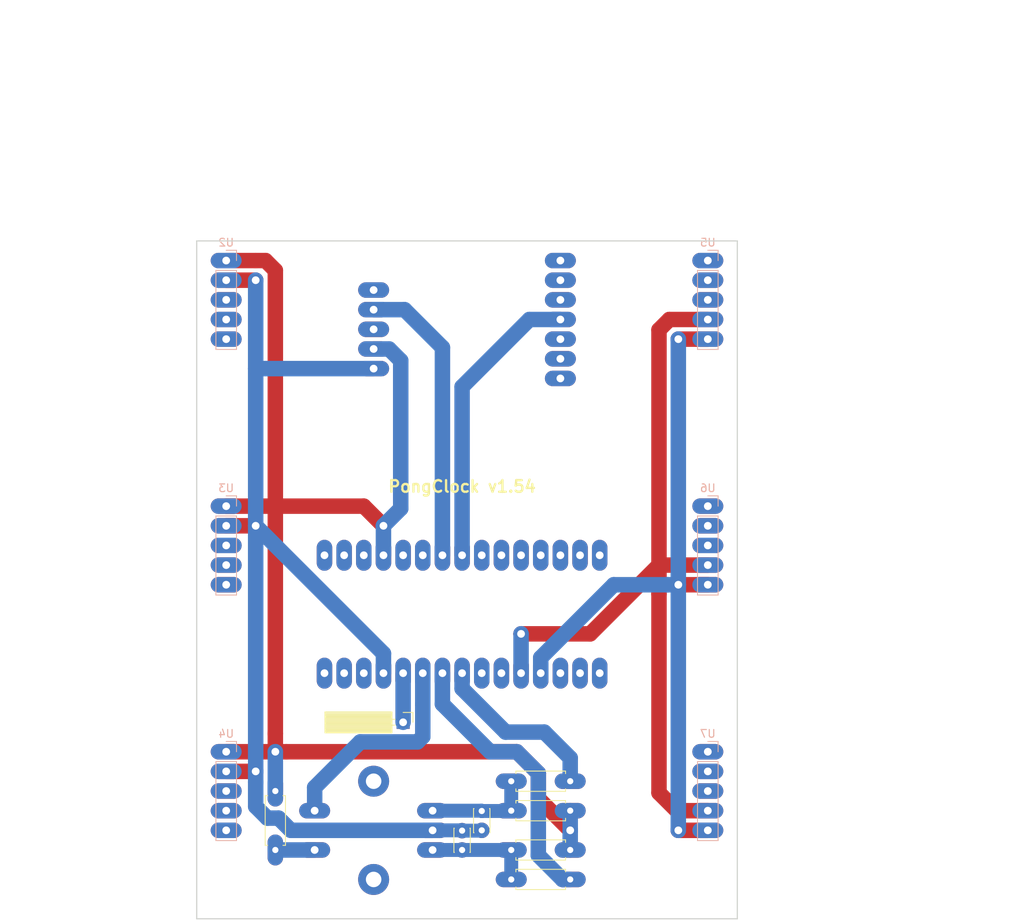
<source format=kicad_pcb>
(kicad_pcb (version 4) (host pcbnew 4.0.6)

  (general
    (links 33)
    (no_connects 0)
    (area 107.874999 48.184999 177.875001 135.965001)
    (thickness 1.6)
    (drawings 16)
    (tracks 109)
    (zones 0)
    (modules 17)
    (nets 14)
  )

  (page A4)
  (layers
    (0 F.Cu signal)
    (31 B.Cu signal)
    (32 B.Adhes user)
    (33 F.Adhes user)
    (34 B.Paste user)
    (35 F.Paste user)
    (36 B.SilkS user)
    (37 F.SilkS user)
    (38 B.Mask user)
    (39 F.Mask user)
    (40 Dwgs.User user)
    (41 Cmts.User user)
    (42 Eco1.User user)
    (43 Eco2.User user)
    (44 Edge.Cuts user)
    (45 Margin user)
    (46 B.CrtYd user)
    (47 F.CrtYd user)
    (48 B.Fab user)
    (49 F.Fab user)
  )

  (setup
    (last_trace_width 2)
    (user_trace_width 1)
    (user_trace_width 1.2)
    (user_trace_width 1.5)
    (user_trace_width 1.8)
    (trace_clearance 0.5)
    (zone_clearance 0.508)
    (zone_45_only no)
    (trace_min 0.2)
    (segment_width 0.2)
    (edge_width 0.15)
    (via_size 2)
    (via_drill 1)
    (via_min_size 0.4)
    (via_min_drill 0.3)
    (uvia_size 0.3)
    (uvia_drill 0.1)
    (uvias_allowed no)
    (uvia_min_size 0.2)
    (uvia_min_drill 0.1)
    (pcb_text_width 0.3)
    (pcb_text_size 1.5 1.5)
    (mod_edge_width 0.15)
    (mod_text_size 1 1)
    (mod_text_width 0.15)
    (pad_size 1.8 1.8)
    (pad_drill 0.8)
    (pad_to_mask_clearance 0.2)
    (aux_axis_origin 107.95 46.99)
    (visible_elements 7FFFFFFF)
    (pcbplotparams
      (layerselection 0x00020_80000001)
      (usegerberextensions false)
      (excludeedgelayer true)
      (linewidth 0.100000)
      (plotframeref false)
      (viasonmask false)
      (mode 1)
      (useauxorigin true)
      (hpglpennumber 1)
      (hpglpenspeed 20)
      (hpglpendiameter 15)
      (hpglpenoverlay 2)
      (psnegative false)
      (psa4output false)
      (plotreference true)
      (plotvalue true)
      (plotinvisibletext false)
      (padsonsilk false)
      (subtractmaskfromsilk false)
      (outputformat 1)
      (mirror false)
      (drillshape 0)
      (scaleselection 1)
      (outputdirectory gerber))
  )

  (net 0 "")
  (net 1 MAX_IN)
  (net 2 LATCH)
  (net 3 CLK)
  (net 4 SDA)
  (net 5 SCL)
  (net 6 VCC)
  (net 7 GND)
  (net 8 ROT_B)
  (net 9 ROT_A)
  (net 10 "Net-(C1-Pad1)")
  (net 11 "Net-(C2-Pad2)")
  (net 12 "Net-(R3-Pad1)")
  (net 13 ROT_SW)

  (net_class Default "Dies ist die voreingestellte Netzklasse."
    (clearance 0.5)
    (trace_width 2)
    (via_dia 2)
    (via_drill 1)
    (uvia_dia 0.3)
    (uvia_drill 0.1)
    (add_net CLK)
    (add_net GND)
    (add_net LATCH)
    (add_net MAX_IN)
    (add_net "Net-(C1-Pad1)")
    (add_net "Net-(C2-Pad2)")
    (add_net "Net-(R3-Pad1)")
    (add_net ROT_A)
    (add_net ROT_B)
    (add_net ROT_SW)
    (add_net SCL)
    (add_net SDA)
    (add_net VCC)
  )

  (net_class 1mm ""
    (clearance 0.5)
    (trace_width 1)
    (via_dia 2)
    (via_drill 1)
    (uvia_dia 0.3)
    (uvia_drill 0.1)
  )

  (module PongClock:ArduinoNano (layer F.Cu) (tedit 597C7652) (tstamp 597C56FE)
    (at 142.24 93.98 180)
    (descr AndroidNano)
    (path /596A159A)
    (fp_text reference A1 (at 0 0.5 180) (layer F.SilkS) hide
      (effects (font (size 1 1) (thickness 0.15)))
    )
    (fp_text value AndroidNano (at 0 -0.5 180) (layer F.Fab)
      (effects (font (size 1 1) (thickness 0.15)))
    )
    (fp_line (start 19.05 -11.43) (end -20.32 -11.43) (layer F.CrtYd) (width 0.15))
    (fp_line (start -21.59 -6.35) (end -15.24 -6.35) (layer F.CrtYd) (width 0.15))
    (fp_line (start -15.24 -6.35) (end -15.24 1.27) (layer F.CrtYd) (width 0.15))
    (fp_line (start -15.24 1.27) (end -21.59 1.27) (layer F.CrtYd) (width 0.15))
    (fp_line (start -21.59 1.27) (end -21.59 -6.35) (layer F.CrtYd) (width 0.15))
    (fp_line (start -20.32 6.35) (end -19.05 6.35) (layer F.CrtYd) (width 0.15))
    (fp_line (start -20.32 -11.43) (end -20.32 6.35) (layer F.CrtYd) (width 0.15))
    (fp_line (start -19.05 6.35) (end 19.05 6.35) (layer F.CrtYd) (width 0.15))
    (fp_line (start 19.05 6.35) (end 19.05 -11.43) (layer F.CrtYd) (width 0.15))
    (pad 30 thru_hole oval (at -17.78 -10.16 180) (size 2 4) (drill 1) (layers *.Cu *.Mask))
    (pad 29 thru_hole oval (at -15.24 -10.16 180) (size 2 4) (drill 1) (layers *.Cu *.Mask))
    (pad 28 thru_hole oval (at -12.7 -10.16 180) (size 2 4) (drill 1) (layers *.Cu *.Mask))
    (pad 27 thru_hole oval (at -10.16 -10.16 180) (size 2 4) (drill 1) (layers *.Cu *.Mask)
      (net 3 CLK))
    (pad 26 thru_hole oval (at -7.62 -10.16 180) (size 2 4) (drill 1) (layers *.Cu *.Mask)
      (net 2 LATCH))
    (pad 25 thru_hole oval (at -5.08 -10.16 180) (size 2 4) (drill 1) (layers *.Cu *.Mask))
    (pad 24 thru_hole oval (at -2.54 -10.16 180) (size 2 4) (drill 1) (layers *.Cu *.Mask))
    (pad 23 thru_hole oval (at 0 -10.16 180) (size 2 4) (drill 1) (layers *.Cu *.Mask)
      (net 8 ROT_B))
    (pad 22 thru_hole oval (at 2.54 -10.16 180) (size 2 4) (drill 1) (layers *.Cu *.Mask)
      (net 9 ROT_A))
    (pad 21 thru_hole oval (at 5.08 -10.16 180) (size 2 4) (drill 1) (layers *.Cu *.Mask)
      (net 13 ROT_SW))
    (pad 20 thru_hole oval (at 7.62 -10.16 180) (size 2 4) (drill 1) (layers *.Cu *.Mask)
      (net 1 MAX_IN))
    (pad 19 thru_hole oval (at 10.16 -10.16 180) (size 2 4) (drill 1) (layers *.Cu *.Mask)
      (net 7 GND))
    (pad 18 thru_hole oval (at 12.7 -10.16 180) (size 2 4) (drill 1) (layers *.Cu *.Mask))
    (pad 17 thru_hole oval (at 15.24 -10.16 180) (size 2 4) (drill 1) (layers *.Cu *.Mask))
    (pad 16 thru_hole oval (at 17.78 -10.16 180) (size 2 4) (drill 1) (layers *.Cu *.Mask))
    (pad 1 thru_hole oval (at -17.78 5.08 180) (size 2 4) (drill 1) (layers *.Cu *.Mask))
    (pad 2 thru_hole oval (at -15.24 5.08 180) (size 2 4) (drill 1) (layers *.Cu *.Mask))
    (pad 3 thru_hole oval (at -12.7 5.08 180) (size 2 4) (drill 1) (layers *.Cu *.Mask))
    (pad 4 thru_hole oval (at -10.16 5.08 180) (size 2 4) (drill 1) (layers *.Cu *.Mask))
    (pad 5 thru_hole oval (at -7.62 5.08 180) (size 2 4) (drill 1) (layers *.Cu *.Mask))
    (pad 6 thru_hole oval (at -5.08 5.08 180) (size 2 4) (drill 1) (layers *.Cu *.Mask))
    (pad 7 thru_hole oval (at -2.54 5.08 180) (size 2 4) (drill 1) (layers *.Cu *.Mask))
    (pad 8 thru_hole oval (at 0 5.08 180) (size 2 4) (drill 1) (layers *.Cu *.Mask)
      (net 4 SDA))
    (pad 9 thru_hole oval (at 2.54 5.08 180) (size 2 4) (drill 1) (layers *.Cu *.Mask)
      (net 5 SCL))
    (pad 10 thru_hole oval (at 5.08 5.08 180) (size 2 4) (drill 1) (layers *.Cu *.Mask))
    (pad 11 thru_hole oval (at 7.62 5.08 180) (size 2 4) (drill 1) (layers *.Cu *.Mask))
    (pad 12 thru_hole oval (at 10.16 5.08 180) (size 2 4) (drill 1) (layers *.Cu *.Mask)
      (net 6 VCC))
    (pad 13 thru_hole oval (at 12.7 5.08 180) (size 2 4) (drill 1) (layers *.Cu *.Mask))
    (pad 14 thru_hole oval (at 15.24 5.08 180) (size 2 4) (drill 1) (layers *.Cu *.Mask))
    (pad 15 thru_hole oval (at 17.78 5.08 180) (size 2 4) (drill 1) (layers *.Cu *.Mask))
  )

  (module Socket_Strips:Socket_Strip_Angled_1x01_Pitch2.54mm (layer F.Cu) (tedit 597DE67D) (tstamp 597C5703)
    (at 134.62 110.49)
    (descr "Through hole angled socket strip, 1x01, 2.54mm pitch, 8.51mm socket length, single row")
    (tags "Through hole angled socket strip THT 1x01 2.54mm single row")
    (path /597B8EB0)
    (fp_text reference J1 (at -4.38 -2.27) (layer F.SilkS) hide
      (effects (font (size 1 1) (thickness 0.15)))
    )
    (fp_text value CONN_01X01_MALE (at -4.38 2.27) (layer F.Fab)
      (effects (font (size 1 1) (thickness 0.15)))
    )
    (fp_line (start -1.52 -1.27) (end -1.52 1.27) (layer F.Fab) (width 0.1))
    (fp_line (start -1.52 1.27) (end -10.03 1.27) (layer F.Fab) (width 0.1))
    (fp_line (start -10.03 1.27) (end -10.03 -1.27) (layer F.Fab) (width 0.1))
    (fp_line (start -10.03 -1.27) (end -1.52 -1.27) (layer F.Fab) (width 0.1))
    (fp_line (start 0 -0.32) (end 0 0.32) (layer F.Fab) (width 0.1))
    (fp_line (start 0 0.32) (end -1.52 0.32) (layer F.Fab) (width 0.1))
    (fp_line (start -1.52 0.32) (end -1.52 -0.32) (layer F.Fab) (width 0.1))
    (fp_line (start -1.52 -0.32) (end 0 -0.32) (layer F.Fab) (width 0.1))
    (fp_line (start -1.46 -1.33) (end -1.46 1.33) (layer F.SilkS) (width 0.12))
    (fp_line (start -1.46 1.33) (end -10.09 1.33) (layer F.SilkS) (width 0.12))
    (fp_line (start -10.09 1.33) (end -10.09 -1.33) (layer F.SilkS) (width 0.12))
    (fp_line (start -10.09 -1.33) (end -1.46 -1.33) (layer F.SilkS) (width 0.12))
    (fp_line (start -1.46 -1.33) (end -1.46 1.27) (layer F.SilkS) (width 0.12))
    (fp_line (start -1.46 1.27) (end -10.09 1.27) (layer F.SilkS) (width 0.12))
    (fp_line (start -10.09 1.27) (end -10.09 -1.33) (layer F.SilkS) (width 0.12))
    (fp_line (start -10.09 -1.33) (end -1.46 -1.33) (layer F.SilkS) (width 0.12))
    (fp_line (start -1.03 -0.38) (end -1.46 -0.38) (layer F.SilkS) (width 0.12))
    (fp_line (start -1.03 0.38) (end -1.46 0.38) (layer F.SilkS) (width 0.12))
    (fp_line (start -1.46 -1.15) (end -10.09 -1.15) (layer F.SilkS) (width 0.12))
    (fp_line (start -1.46 -1.03) (end -10.09 -1.03) (layer F.SilkS) (width 0.12))
    (fp_line (start -1.46 -0.91) (end -10.09 -0.91) (layer F.SilkS) (width 0.12))
    (fp_line (start -1.46 -0.79) (end -10.09 -0.79) (layer F.SilkS) (width 0.12))
    (fp_line (start -1.46 -0.67) (end -10.09 -0.67) (layer F.SilkS) (width 0.12))
    (fp_line (start -1.46 -0.55) (end -10.09 -0.55) (layer F.SilkS) (width 0.12))
    (fp_line (start -1.46 -0.43) (end -10.09 -0.43) (layer F.SilkS) (width 0.12))
    (fp_line (start -1.46 -0.31) (end -10.09 -0.31) (layer F.SilkS) (width 0.12))
    (fp_line (start -1.46 -0.19) (end -10.09 -0.19) (layer F.SilkS) (width 0.12))
    (fp_line (start -1.46 -0.07) (end -10.09 -0.07) (layer F.SilkS) (width 0.12))
    (fp_line (start -1.46 0.05) (end -10.09 0.05) (layer F.SilkS) (width 0.12))
    (fp_line (start -1.46 0.17) (end -10.09 0.17) (layer F.SilkS) (width 0.12))
    (fp_line (start -1.46 0.29) (end -10.09 0.29) (layer F.SilkS) (width 0.12))
    (fp_line (start -1.46 0.41) (end -10.09 0.41) (layer F.SilkS) (width 0.12))
    (fp_line (start -1.46 0.53) (end -10.09 0.53) (layer F.SilkS) (width 0.12))
    (fp_line (start -1.46 0.65) (end -10.09 0.65) (layer F.SilkS) (width 0.12))
    (fp_line (start -1.46 0.77) (end -10.09 0.77) (layer F.SilkS) (width 0.12))
    (fp_line (start -1.46 0.89) (end -10.09 0.89) (layer F.SilkS) (width 0.12))
    (fp_line (start -1.46 1.01) (end -10.09 1.01) (layer F.SilkS) (width 0.12))
    (fp_line (start -1.46 1.13) (end -10.09 1.13) (layer F.SilkS) (width 0.12))
    (fp_line (start -1.46 1.25) (end -10.09 1.25) (layer F.SilkS) (width 0.12))
    (fp_line (start -1.46 1.37) (end -10.09 1.37) (layer F.SilkS) (width 0.12))
    (fp_line (start 0 -1.27) (end 1.27 -1.27) (layer F.SilkS) (width 0.12))
    (fp_line (start 1.27 -1.27) (end 1.27 0) (layer F.SilkS) (width 0.12))
    (fp_line (start 1.8 -1.8) (end 1.8 1.8) (layer F.CrtYd) (width 0.05))
    (fp_line (start 1.8 1.8) (end -10.55 1.8) (layer F.CrtYd) (width 0.05))
    (fp_line (start -10.55 1.8) (end -10.55 -1.8) (layer F.CrtYd) (width 0.05))
    (fp_line (start -10.55 -1.8) (end 1.8 -1.8) (layer F.CrtYd) (width 0.05))
    (fp_text user %R (at -4.38 -2.27) (layer F.Fab) hide
      (effects (font (size 1 1) (thickness 0.15)))
    )
    (pad 1 thru_hole rect (at 0 0) (size 1.7 1.7) (drill 1) (layers *.Cu *.Mask)
      (net 1 MAX_IN))
    (model ${KISYS3DMOD}/Socket_Strips.3dshapes/Socket_Strip_Angled_1x01_Pitch2.54mm.wrl
      (at (xyz 0 0 0))
      (scale (xyz 1 1 1))
      (rotate (xyz 0 0 270))
    )
  )

  (module PongClock:TINY_RTC (layer F.Cu) (tedit 597C798E) (tstamp 597C5713)
    (at 135.89 46.99)
    (path /596A1661)
    (fp_text reference U1 (at 7.62 12.7) (layer F.SilkS) hide
      (effects (font (size 1 1) (thickness 0.15)))
    )
    (fp_text value TinyRTC_I2C (at 7.62 8.89) (layer F.Fab)
      (effects (font (size 1 1) (thickness 0.15)))
    )
    (fp_line (start -6.35 -1.27) (end 20.32 -1.27) (layer F.CrtYd) (width 0.15))
    (fp_line (start -6.35 26.67) (end 20.32 26.67) (layer F.CrtYd) (width 0.15))
    (fp_line (start 20.32 -1.27) (end 20.32 26.67) (layer F.CrtYd) (width 0.15))
    (fp_line (start -6.35 26.67) (end -6.35 -1.27) (layer F.CrtYd) (width 0.15))
    (pad 1 thru_hole oval (at -5.08 7.62) (size 4 2) (drill 1) (layers *.Cu *.Mask))
    (pad 2 thru_hole oval (at -5.08 10.16) (size 4 2) (drill 1) (layers *.Cu *.Mask)
      (net 5 SCL))
    (pad 3 thru_hole oval (at -5.08 12.7) (size 4 2) (drill 1) (layers *.Cu *.Mask))
    (pad 4 thru_hole oval (at -5.08 15.24) (size 4 2) (drill 1) (layers *.Cu *.Mask)
      (net 6 VCC))
    (pad 5 thru_hole oval (at -5.08 17.78) (size 4 2) (drill 1) (layers *.Cu *.Mask)
      (net 7 GND))
    (pad 6 thru_hole oval (at 19.05 3.81) (size 4 2) (drill 1) (layers *.Cu *.Mask))
    (pad 7 thru_hole oval (at 19.05 6.35) (size 4 2) (drill 1) (layers *.Cu *.Mask))
    (pad 8 thru_hole oval (at 19.05 8.89) (size 4 2) (drill 1) (layers *.Cu *.Mask))
    (pad 9 thru_hole oval (at 19.05 11.43) (size 4 2) (drill 1) (layers *.Cu *.Mask)
      (net 4 SDA))
    (pad 10 thru_hole oval (at 19.05 13.97) (size 4 2) (drill 1) (layers *.Cu *.Mask))
    (pad 11 thru_hole oval (at 19.05 16.51) (size 4 2) (drill 1) (layers *.Cu *.Mask))
    (pad 12 thru_hole oval (at 19.05 19.05) (size 4 2) (drill 1) (layers *.Cu *.Mask))
  )

  (module Socket_Strips:Socket_Strip_Straight_1x05_Pitch2.54mm (layer B.Cu) (tedit 58CD5446) (tstamp 597C571C)
    (at 111.76 50.8 180)
    (descr "Through hole straight socket strip, 1x05, 2.54mm pitch, single row")
    (tags "Through hole socket strip THT 1x05 2.54mm single row")
    (path /596A2A6D)
    (fp_text reference U2 (at 0 2.33 180) (layer B.SilkS)
      (effects (font (size 1 1) (thickness 0.15)) (justify mirror))
    )
    (fp_text value MAX7219_IN (at 0 -12.49 180) (layer B.Fab)
      (effects (font (size 1 1) (thickness 0.15)) (justify mirror))
    )
    (fp_line (start -1.27 1.27) (end -1.27 -11.43) (layer B.Fab) (width 0.1))
    (fp_line (start -1.27 -11.43) (end 1.27 -11.43) (layer B.Fab) (width 0.1))
    (fp_line (start 1.27 -11.43) (end 1.27 1.27) (layer B.Fab) (width 0.1))
    (fp_line (start 1.27 1.27) (end -1.27 1.27) (layer B.Fab) (width 0.1))
    (fp_line (start -1.33 -1.27) (end -1.33 -11.49) (layer B.SilkS) (width 0.12))
    (fp_line (start -1.33 -11.49) (end 1.33 -11.49) (layer B.SilkS) (width 0.12))
    (fp_line (start 1.33 -11.49) (end 1.33 -1.27) (layer B.SilkS) (width 0.12))
    (fp_line (start 1.33 -1.27) (end -1.33 -1.27) (layer B.SilkS) (width 0.12))
    (fp_line (start -1.33 0) (end -1.33 1.33) (layer B.SilkS) (width 0.12))
    (fp_line (start -1.33 1.33) (end 0 1.33) (layer B.SilkS) (width 0.12))
    (fp_line (start -1.8 1.8) (end -1.8 -11.95) (layer B.CrtYd) (width 0.05))
    (fp_line (start -1.8 -11.95) (end 1.8 -11.95) (layer B.CrtYd) (width 0.05))
    (fp_line (start 1.8 -11.95) (end 1.8 1.8) (layer B.CrtYd) (width 0.05))
    (fp_line (start 1.8 1.8) (end -1.8 1.8) (layer B.CrtYd) (width 0.05))
    (fp_text user %R (at 0 2.33 180) (layer B.Fab)
      (effects (font (size 1 1) (thickness 0.15)) (justify mirror))
    )
    (pad 1 thru_hole oval (at 0 0 180) (size 4 2) (drill 1) (layers *.Cu *.Mask)
      (net 6 VCC))
    (pad 2 thru_hole oval (at 0 -2.54 180) (size 4 2) (drill 1) (layers *.Cu *.Mask)
      (net 7 GND))
    (pad 3 thru_hole oval (at 0 -5.08 180) (size 4 2) (drill 1) (layers *.Cu *.Mask))
    (pad 4 thru_hole oval (at 0 -7.62 180) (size 4 2) (drill 1) (layers *.Cu *.Mask))
    (pad 5 thru_hole oval (at 0 -10.16 180) (size 4 2) (drill 1) (layers *.Cu *.Mask))
    (model ${KISYS3DMOD}/Socket_Strips.3dshapes/Socket_Strip_Straight_1x05_Pitch2.54mm.wrl
      (at (xyz 0 -0.2 0))
      (scale (xyz 1 1 1))
      (rotate (xyz 0 0 270))
    )
  )

  (module Socket_Strips:Socket_Strip_Straight_1x05_Pitch2.54mm (layer B.Cu) (tedit 58CD5446) (tstamp 597C5725)
    (at 111.76 82.55 180)
    (descr "Through hole straight socket strip, 1x05, 2.54mm pitch, single row")
    (tags "Through hole socket strip THT 1x05 2.54mm single row")
    (path /597B8DED)
    (fp_text reference U3 (at 0 2.33 180) (layer B.SilkS)
      (effects (font (size 1 1) (thickness 0.15)) (justify mirror))
    )
    (fp_text value MAX7219_IN (at 0 -12.49 180) (layer B.Fab)
      (effects (font (size 1 1) (thickness 0.15)) (justify mirror))
    )
    (fp_line (start -1.27 1.27) (end -1.27 -11.43) (layer B.Fab) (width 0.1))
    (fp_line (start -1.27 -11.43) (end 1.27 -11.43) (layer B.Fab) (width 0.1))
    (fp_line (start 1.27 -11.43) (end 1.27 1.27) (layer B.Fab) (width 0.1))
    (fp_line (start 1.27 1.27) (end -1.27 1.27) (layer B.Fab) (width 0.1))
    (fp_line (start -1.33 -1.27) (end -1.33 -11.49) (layer B.SilkS) (width 0.12))
    (fp_line (start -1.33 -11.49) (end 1.33 -11.49) (layer B.SilkS) (width 0.12))
    (fp_line (start 1.33 -11.49) (end 1.33 -1.27) (layer B.SilkS) (width 0.12))
    (fp_line (start 1.33 -1.27) (end -1.33 -1.27) (layer B.SilkS) (width 0.12))
    (fp_line (start -1.33 0) (end -1.33 1.33) (layer B.SilkS) (width 0.12))
    (fp_line (start -1.33 1.33) (end 0 1.33) (layer B.SilkS) (width 0.12))
    (fp_line (start -1.8 1.8) (end -1.8 -11.95) (layer B.CrtYd) (width 0.05))
    (fp_line (start -1.8 -11.95) (end 1.8 -11.95) (layer B.CrtYd) (width 0.05))
    (fp_line (start 1.8 -11.95) (end 1.8 1.8) (layer B.CrtYd) (width 0.05))
    (fp_line (start 1.8 1.8) (end -1.8 1.8) (layer B.CrtYd) (width 0.05))
    (fp_text user %R (at 0 2.33 180) (layer B.Fab)
      (effects (font (size 1 1) (thickness 0.15)) (justify mirror))
    )
    (pad 1 thru_hole oval (at 0 0 180) (size 4 2) (drill 1) (layers *.Cu *.Mask)
      (net 6 VCC))
    (pad 2 thru_hole oval (at 0 -2.54 180) (size 4 2) (drill 1) (layers *.Cu *.Mask)
      (net 7 GND))
    (pad 3 thru_hole oval (at 0 -5.08 180) (size 4 2) (drill 1) (layers *.Cu *.Mask))
    (pad 4 thru_hole oval (at 0 -7.62 180) (size 4 2) (drill 1) (layers *.Cu *.Mask))
    (pad 5 thru_hole oval (at 0 -10.16 180) (size 4 2) (drill 1) (layers *.Cu *.Mask))
    (model ${KISYS3DMOD}/Socket_Strips.3dshapes/Socket_Strip_Straight_1x05_Pitch2.54mm.wrl
      (at (xyz 0 -0.2 0))
      (scale (xyz 1 1 1))
      (rotate (xyz 0 0 270))
    )
  )

  (module Socket_Strips:Socket_Strip_Straight_1x05_Pitch2.54mm (layer B.Cu) (tedit 58CD5446) (tstamp 597C572E)
    (at 111.76 114.3 180)
    (descr "Through hole straight socket strip, 1x05, 2.54mm pitch, single row")
    (tags "Through hole socket strip THT 1x05 2.54mm single row")
    (path /597B8E78)
    (fp_text reference U4 (at 0 2.33 180) (layer B.SilkS)
      (effects (font (size 1 1) (thickness 0.15)) (justify mirror))
    )
    (fp_text value MAX7219_IN (at 0 -12.49 180) (layer B.Fab)
      (effects (font (size 1 1) (thickness 0.15)) (justify mirror))
    )
    (fp_line (start -1.27 1.27) (end -1.27 -11.43) (layer B.Fab) (width 0.1))
    (fp_line (start -1.27 -11.43) (end 1.27 -11.43) (layer B.Fab) (width 0.1))
    (fp_line (start 1.27 -11.43) (end 1.27 1.27) (layer B.Fab) (width 0.1))
    (fp_line (start 1.27 1.27) (end -1.27 1.27) (layer B.Fab) (width 0.1))
    (fp_line (start -1.33 -1.27) (end -1.33 -11.49) (layer B.SilkS) (width 0.12))
    (fp_line (start -1.33 -11.49) (end 1.33 -11.49) (layer B.SilkS) (width 0.12))
    (fp_line (start 1.33 -11.49) (end 1.33 -1.27) (layer B.SilkS) (width 0.12))
    (fp_line (start 1.33 -1.27) (end -1.33 -1.27) (layer B.SilkS) (width 0.12))
    (fp_line (start -1.33 0) (end -1.33 1.33) (layer B.SilkS) (width 0.12))
    (fp_line (start -1.33 1.33) (end 0 1.33) (layer B.SilkS) (width 0.12))
    (fp_line (start -1.8 1.8) (end -1.8 -11.95) (layer B.CrtYd) (width 0.05))
    (fp_line (start -1.8 -11.95) (end 1.8 -11.95) (layer B.CrtYd) (width 0.05))
    (fp_line (start 1.8 -11.95) (end 1.8 1.8) (layer B.CrtYd) (width 0.05))
    (fp_line (start 1.8 1.8) (end -1.8 1.8) (layer B.CrtYd) (width 0.05))
    (fp_text user %R (at 0 2.33 180) (layer B.Fab)
      (effects (font (size 1 1) (thickness 0.15)) (justify mirror))
    )
    (pad 1 thru_hole oval (at 0 0 180) (size 4 2) (drill 1) (layers *.Cu *.Mask)
      (net 6 VCC))
    (pad 2 thru_hole oval (at 0 -2.54 180) (size 4 2) (drill 1) (layers *.Cu *.Mask)
      (net 7 GND))
    (pad 3 thru_hole oval (at 0 -5.08 180) (size 4 2) (drill 1) (layers *.Cu *.Mask))
    (pad 4 thru_hole oval (at 0 -7.62 180) (size 4 2) (drill 1) (layers *.Cu *.Mask))
    (pad 5 thru_hole oval (at 0 -10.16 180) (size 4 2) (drill 1) (layers *.Cu *.Mask))
    (model ${KISYS3DMOD}/Socket_Strips.3dshapes/Socket_Strip_Straight_1x05_Pitch2.54mm.wrl
      (at (xyz 0 -0.2 0))
      (scale (xyz 1 1 1))
      (rotate (xyz 0 0 270))
    )
  )

  (module Socket_Strips:Socket_Strip_Straight_1x05_Pitch2.54mm (layer B.Cu) (tedit 597C7995) (tstamp 597C5737)
    (at 173.99 50.8 180)
    (descr "Through hole straight socket strip, 1x05, 2.54mm pitch, single row")
    (tags "Through hole socket strip THT 1x05 2.54mm single row")
    (path /597B8E8D)
    (fp_text reference U5 (at 0 2.33 180) (layer B.SilkS)
      (effects (font (size 1 1) (thickness 0.15)) (justify mirror))
    )
    (fp_text value MAX7219_IN (at 0 -12.49 180) (layer B.Fab)
      (effects (font (size 1 1) (thickness 0.15)) (justify mirror))
    )
    (fp_line (start -1.27 1.27) (end -1.27 -11.43) (layer B.Fab) (width 0.1))
    (fp_line (start -1.27 -11.43) (end 1.27 -11.43) (layer B.Fab) (width 0.1))
    (fp_line (start 1.27 -11.43) (end 1.27 1.27) (layer B.Fab) (width 0.1))
    (fp_line (start 1.27 1.27) (end -1.27 1.27) (layer B.Fab) (width 0.1))
    (fp_line (start -1.33 -1.27) (end -1.33 -11.49) (layer B.SilkS) (width 0.12))
    (fp_line (start -1.33 -11.49) (end 1.33 -11.49) (layer B.SilkS) (width 0.12))
    (fp_line (start 1.33 -11.49) (end 1.33 -1.27) (layer B.SilkS) (width 0.12))
    (fp_line (start 1.33 -1.27) (end -1.33 -1.27) (layer B.SilkS) (width 0.12))
    (fp_line (start -1.33 0) (end -1.33 1.33) (layer B.SilkS) (width 0.12))
    (fp_line (start -1.33 1.33) (end 0 1.33) (layer B.SilkS) (width 0.12))
    (fp_line (start -1.8 1.8) (end -1.8 -11.95) (layer B.CrtYd) (width 0.05))
    (fp_line (start -1.8 -11.95) (end 1.8 -11.95) (layer B.CrtYd) (width 0.05))
    (fp_line (start 1.8 -11.95) (end 1.8 1.8) (layer B.CrtYd) (width 0.05))
    (fp_line (start 1.8 1.8) (end -1.8 1.8) (layer B.CrtYd) (width 0.05))
    (fp_text user %R (at 0 2.33 180) (layer B.Fab)
      (effects (font (size 1 1) (thickness 0.15)) (justify mirror))
    )
    (pad 1 thru_hole oval (at 0 0 180) (size 4 2) (drill 1) (layers *.Cu *.Mask))
    (pad 2 thru_hole oval (at 0 -2.54 180) (size 4 2) (drill 1) (layers *.Cu *.Mask))
    (pad 3 thru_hole oval (at 0 -5.08 180) (size 4 2) (drill 1) (layers *.Cu *.Mask))
    (pad 4 thru_hole oval (at 0 -7.62 180) (size 4 2) (drill 1) (layers *.Cu *.Mask)
      (net 2 LATCH))
    (pad 5 thru_hole oval (at 0 -10.16 180) (size 4 2) (drill 1) (layers *.Cu *.Mask)
      (net 3 CLK))
    (model ${KISYS3DMOD}/Socket_Strips.3dshapes/Socket_Strip_Straight_1x05_Pitch2.54mm.wrl
      (at (xyz 0 -0.2 0))
      (scale (xyz 1 1 1))
      (rotate (xyz 0 0 270))
    )
  )

  (module Socket_Strips:Socket_Strip_Straight_1x05_Pitch2.54mm (layer B.Cu) (tedit 58CD5446) (tstamp 597C607C)
    (at 173.99 82.55 180)
    (descr "Through hole straight socket strip, 1x05, 2.54mm pitch, single row")
    (tags "Through hole socket strip THT 1x05 2.54mm single row")
    (path /597C60B3)
    (fp_text reference U6 (at 0 2.33 180) (layer B.SilkS)
      (effects (font (size 1 1) (thickness 0.15)) (justify mirror))
    )
    (fp_text value MAX7219_IN (at 0 -12.49 180) (layer B.Fab)
      (effects (font (size 1 1) (thickness 0.15)) (justify mirror))
    )
    (fp_line (start -1.27 1.27) (end -1.27 -11.43) (layer B.Fab) (width 0.1))
    (fp_line (start -1.27 -11.43) (end 1.27 -11.43) (layer B.Fab) (width 0.1))
    (fp_line (start 1.27 -11.43) (end 1.27 1.27) (layer B.Fab) (width 0.1))
    (fp_line (start 1.27 1.27) (end -1.27 1.27) (layer B.Fab) (width 0.1))
    (fp_line (start -1.33 -1.27) (end -1.33 -11.49) (layer B.SilkS) (width 0.12))
    (fp_line (start -1.33 -11.49) (end 1.33 -11.49) (layer B.SilkS) (width 0.12))
    (fp_line (start 1.33 -11.49) (end 1.33 -1.27) (layer B.SilkS) (width 0.12))
    (fp_line (start 1.33 -1.27) (end -1.33 -1.27) (layer B.SilkS) (width 0.12))
    (fp_line (start -1.33 0) (end -1.33 1.33) (layer B.SilkS) (width 0.12))
    (fp_line (start -1.33 1.33) (end 0 1.33) (layer B.SilkS) (width 0.12))
    (fp_line (start -1.8 1.8) (end -1.8 -11.95) (layer B.CrtYd) (width 0.05))
    (fp_line (start -1.8 -11.95) (end 1.8 -11.95) (layer B.CrtYd) (width 0.05))
    (fp_line (start 1.8 -11.95) (end 1.8 1.8) (layer B.CrtYd) (width 0.05))
    (fp_line (start 1.8 1.8) (end -1.8 1.8) (layer B.CrtYd) (width 0.05))
    (fp_text user %R (at 0 2.33 180) (layer B.Fab)
      (effects (font (size 1 1) (thickness 0.15)) (justify mirror))
    )
    (pad 1 thru_hole oval (at 0 0 180) (size 4 2) (drill 1) (layers *.Cu *.Mask))
    (pad 2 thru_hole oval (at 0 -2.54 180) (size 4 2) (drill 1) (layers *.Cu *.Mask))
    (pad 3 thru_hole oval (at 0 -5.08 180) (size 4 2) (drill 1) (layers *.Cu *.Mask))
    (pad 4 thru_hole oval (at 0 -7.62 180) (size 4 2) (drill 1) (layers *.Cu *.Mask)
      (net 2 LATCH))
    (pad 5 thru_hole oval (at 0 -10.16 180) (size 4 2) (drill 1) (layers *.Cu *.Mask)
      (net 3 CLK))
    (model ${KISYS3DMOD}/Socket_Strips.3dshapes/Socket_Strip_Straight_1x05_Pitch2.54mm.wrl
      (at (xyz 0 -0.2 0))
      (scale (xyz 1 1 1))
      (rotate (xyz 0 0 270))
    )
  )

  (module Socket_Strips:Socket_Strip_Straight_1x05_Pitch2.54mm (layer B.Cu) (tedit 58CD5446) (tstamp 597C6085)
    (at 173.99 114.3 180)
    (descr "Through hole straight socket strip, 1x05, 2.54mm pitch, single row")
    (tags "Through hole socket strip THT 1x05 2.54mm single row")
    (path /597C60C8)
    (fp_text reference U7 (at 0 2.33 180) (layer B.SilkS)
      (effects (font (size 1 1) (thickness 0.15)) (justify mirror))
    )
    (fp_text value MAX7219_IN (at 0 -12.49 180) (layer B.Fab)
      (effects (font (size 1 1) (thickness 0.15)) (justify mirror))
    )
    (fp_line (start -1.27 1.27) (end -1.27 -11.43) (layer B.Fab) (width 0.1))
    (fp_line (start -1.27 -11.43) (end 1.27 -11.43) (layer B.Fab) (width 0.1))
    (fp_line (start 1.27 -11.43) (end 1.27 1.27) (layer B.Fab) (width 0.1))
    (fp_line (start 1.27 1.27) (end -1.27 1.27) (layer B.Fab) (width 0.1))
    (fp_line (start -1.33 -1.27) (end -1.33 -11.49) (layer B.SilkS) (width 0.12))
    (fp_line (start -1.33 -11.49) (end 1.33 -11.49) (layer B.SilkS) (width 0.12))
    (fp_line (start 1.33 -11.49) (end 1.33 -1.27) (layer B.SilkS) (width 0.12))
    (fp_line (start 1.33 -1.27) (end -1.33 -1.27) (layer B.SilkS) (width 0.12))
    (fp_line (start -1.33 0) (end -1.33 1.33) (layer B.SilkS) (width 0.12))
    (fp_line (start -1.33 1.33) (end 0 1.33) (layer B.SilkS) (width 0.12))
    (fp_line (start -1.8 1.8) (end -1.8 -11.95) (layer B.CrtYd) (width 0.05))
    (fp_line (start -1.8 -11.95) (end 1.8 -11.95) (layer B.CrtYd) (width 0.05))
    (fp_line (start 1.8 -11.95) (end 1.8 1.8) (layer B.CrtYd) (width 0.05))
    (fp_line (start 1.8 1.8) (end -1.8 1.8) (layer B.CrtYd) (width 0.05))
    (fp_text user %R (at 0 2.33 180) (layer B.Fab)
      (effects (font (size 1 1) (thickness 0.15)) (justify mirror))
    )
    (pad 1 thru_hole oval (at 0 0 180) (size 4 2) (drill 1) (layers *.Cu *.Mask))
    (pad 2 thru_hole oval (at 0 -2.54 180) (size 4 2) (drill 1) (layers *.Cu *.Mask))
    (pad 3 thru_hole oval (at 0 -5.08 180) (size 4 2) (drill 1) (layers *.Cu *.Mask))
    (pad 4 thru_hole oval (at 0 -7.62 180) (size 4 2) (drill 1) (layers *.Cu *.Mask)
      (net 2 LATCH))
    (pad 5 thru_hole oval (at 0 -10.16 180) (size 4 2) (drill 1) (layers *.Cu *.Mask)
      (net 3 CLK))
    (model ${KISYS3DMOD}/Socket_Strips.3dshapes/Socket_Strip_Straight_1x05_Pitch2.54mm.wrl
      (at (xyz 0 -0.2 0))
      (scale (xyz 1 1 1))
      (rotate (xyz 0 0 270))
    )
  )

  (module Capacitors_THT:C_Disc_D3.0mm_W2.0mm_P2.50mm (layer F.Cu) (tedit 597DE6A9) (tstamp 597DDD90)
    (at 142.24 127 90)
    (descr "C, Disc series, Radial, pin pitch=2.50mm, , diameter*width=3*2mm^2, Capacitor")
    (tags "C Disc series Radial pin pitch 2.50mm  diameter 3mm width 2mm Capacitor")
    (path /597DDF1C)
    (fp_text reference C1 (at 1.25 -2.31 90) (layer F.SilkS) hide
      (effects (font (size 1 1) (thickness 0.15)))
    )
    (fp_text value 10n (at 1.25 2.31 90) (layer F.Fab)
      (effects (font (size 1 1) (thickness 0.15)))
    )
    (fp_line (start -0.25 -1) (end -0.25 1) (layer F.Fab) (width 0.1))
    (fp_line (start -0.25 1) (end 2.75 1) (layer F.Fab) (width 0.1))
    (fp_line (start 2.75 1) (end 2.75 -1) (layer F.Fab) (width 0.1))
    (fp_line (start 2.75 -1) (end -0.25 -1) (layer F.Fab) (width 0.1))
    (fp_line (start -0.31 -1.06) (end 2.81 -1.06) (layer F.SilkS) (width 0.12))
    (fp_line (start -0.31 1.06) (end 2.81 1.06) (layer F.SilkS) (width 0.12))
    (fp_line (start -0.31 -1.06) (end -0.31 -0.996) (layer F.SilkS) (width 0.12))
    (fp_line (start -0.31 0.996) (end -0.31 1.06) (layer F.SilkS) (width 0.12))
    (fp_line (start 2.81 -1.06) (end 2.81 -0.996) (layer F.SilkS) (width 0.12))
    (fp_line (start 2.81 0.996) (end 2.81 1.06) (layer F.SilkS) (width 0.12))
    (fp_line (start -1.05 -1.35) (end -1.05 1.35) (layer F.CrtYd) (width 0.05))
    (fp_line (start -1.05 1.35) (end 3.55 1.35) (layer F.CrtYd) (width 0.05))
    (fp_line (start 3.55 1.35) (end 3.55 -1.35) (layer F.CrtYd) (width 0.05))
    (fp_line (start 3.55 -1.35) (end -1.05 -1.35) (layer F.CrtYd) (width 0.05))
    (fp_text user %R (at 1.25 0 90) (layer F.Fab)
      (effects (font (size 1 1) (thickness 0.15)))
    )
    (pad 1 thru_hole circle (at 0 0 90) (size 2 2) (drill 0.8) (layers *.Cu *.Mask)
      (net 10 "Net-(C1-Pad1)"))
    (pad 2 thru_hole circle (at 2.5 0 90) (size 2 2) (drill 0.8) (layers *.Cu *.Mask)
      (net 7 GND))
    (model ${KISYS3DMOD}/Capacitors_THT.3dshapes/C_Disc_D3.0mm_W2.0mm_P2.50mm.wrl
      (at (xyz 0 0 0))
      (scale (xyz 1 1 1))
      (rotate (xyz 0 0 0))
    )
  )

  (module Capacitors_THT:C_Disc_D3.0mm_W2.0mm_P2.50mm (layer F.Cu) (tedit 597DE69F) (tstamp 597DDD96)
    (at 144.78 124.46 90)
    (descr "C, Disc series, Radial, pin pitch=2.50mm, , diameter*width=3*2mm^2, Capacitor")
    (tags "C Disc series Radial pin pitch 2.50mm  diameter 3mm width 2mm Capacitor")
    (path /597DE201)
    (fp_text reference C2 (at 1.25 -2.31 90) (layer F.SilkS) hide
      (effects (font (size 1 1) (thickness 0.15)))
    )
    (fp_text value 10n (at 1.25 2.31 90) (layer F.Fab)
      (effects (font (size 1 1) (thickness 0.15)))
    )
    (fp_line (start -0.25 -1) (end -0.25 1) (layer F.Fab) (width 0.1))
    (fp_line (start -0.25 1) (end 2.75 1) (layer F.Fab) (width 0.1))
    (fp_line (start 2.75 1) (end 2.75 -1) (layer F.Fab) (width 0.1))
    (fp_line (start 2.75 -1) (end -0.25 -1) (layer F.Fab) (width 0.1))
    (fp_line (start -0.31 -1.06) (end 2.81 -1.06) (layer F.SilkS) (width 0.12))
    (fp_line (start -0.31 1.06) (end 2.81 1.06) (layer F.SilkS) (width 0.12))
    (fp_line (start -0.31 -1.06) (end -0.31 -0.996) (layer F.SilkS) (width 0.12))
    (fp_line (start -0.31 0.996) (end -0.31 1.06) (layer F.SilkS) (width 0.12))
    (fp_line (start 2.81 -1.06) (end 2.81 -0.996) (layer F.SilkS) (width 0.12))
    (fp_line (start 2.81 0.996) (end 2.81 1.06) (layer F.SilkS) (width 0.12))
    (fp_line (start -1.05 -1.35) (end -1.05 1.35) (layer F.CrtYd) (width 0.05))
    (fp_line (start -1.05 1.35) (end 3.55 1.35) (layer F.CrtYd) (width 0.05))
    (fp_line (start 3.55 1.35) (end 3.55 -1.35) (layer F.CrtYd) (width 0.05))
    (fp_line (start 3.55 -1.35) (end -1.05 -1.35) (layer F.CrtYd) (width 0.05))
    (fp_text user %R (at 1.25 0 90) (layer F.Fab)
      (effects (font (size 1 1) (thickness 0.15)))
    )
    (pad 1 thru_hole circle (at 0 0 90) (size 2 2) (drill 0.8) (layers *.Cu *.Mask)
      (net 7 GND))
    (pad 2 thru_hole circle (at 2.5 0 90) (size 1.8 1.8) (drill 0.8) (layers *.Cu *.Mask)
      (net 11 "Net-(C2-Pad2)"))
    (model ${KISYS3DMOD}/Capacitors_THT.3dshapes/C_Disc_D3.0mm_W2.0mm_P2.50mm.wrl
      (at (xyz 0 0 0))
      (scale (xyz 1 1 1))
      (rotate (xyz 0 0 0))
    )
  )

  (module Resistors_THT:R_Axial_DIN0207_L6.3mm_D2.5mm_P7.62mm_Horizontal (layer F.Cu) (tedit 597DE697) (tstamp 597DDD9C)
    (at 148.59 130.81)
    (descr "Resistor, Axial_DIN0207 series, Axial, Horizontal, pin pitch=7.62mm, 0.25W = 1/4W, length*diameter=6.3*2.5mm^2, http://cdn-reichelt.de/documents/datenblatt/B400/1_4W%23YAG.pdf")
    (tags "Resistor Axial_DIN0207 series Axial Horizontal pin pitch 7.62mm 0.25W = 1/4W length 6.3mm diameter 2.5mm")
    (path /597DD967)
    (fp_text reference R1 (at 3.81 -2.31) (layer F.SilkS) hide
      (effects (font (size 1 1) (thickness 0.15)))
    )
    (fp_text value 10k (at 3.81 2.31) (layer F.Fab)
      (effects (font (size 1 1) (thickness 0.15)))
    )
    (fp_line (start 0.66 -1.25) (end 0.66 1.25) (layer F.Fab) (width 0.1))
    (fp_line (start 0.66 1.25) (end 6.96 1.25) (layer F.Fab) (width 0.1))
    (fp_line (start 6.96 1.25) (end 6.96 -1.25) (layer F.Fab) (width 0.1))
    (fp_line (start 6.96 -1.25) (end 0.66 -1.25) (layer F.Fab) (width 0.1))
    (fp_line (start 0 0) (end 0.66 0) (layer F.Fab) (width 0.1))
    (fp_line (start 7.62 0) (end 6.96 0) (layer F.Fab) (width 0.1))
    (fp_line (start 0.6 -0.98) (end 0.6 -1.31) (layer F.SilkS) (width 0.12))
    (fp_line (start 0.6 -1.31) (end 7.02 -1.31) (layer F.SilkS) (width 0.12))
    (fp_line (start 7.02 -1.31) (end 7.02 -0.98) (layer F.SilkS) (width 0.12))
    (fp_line (start 0.6 0.98) (end 0.6 1.31) (layer F.SilkS) (width 0.12))
    (fp_line (start 0.6 1.31) (end 7.02 1.31) (layer F.SilkS) (width 0.12))
    (fp_line (start 7.02 1.31) (end 7.02 0.98) (layer F.SilkS) (width 0.12))
    (fp_line (start -1.05 -1.6) (end -1.05 1.6) (layer F.CrtYd) (width 0.05))
    (fp_line (start -1.05 1.6) (end 8.7 1.6) (layer F.CrtYd) (width 0.05))
    (fp_line (start 8.7 1.6) (end 8.7 -1.6) (layer F.CrtYd) (width 0.05))
    (fp_line (start 8.7 -1.6) (end -1.05 -1.6) (layer F.CrtYd) (width 0.05))
    (pad 1 thru_hole oval (at 0 0) (size 4 2) (drill 0.8) (layers *.Cu *.Mask)
      (net 10 "Net-(C1-Pad1)"))
    (pad 2 thru_hole oval (at 7.62 0) (size 4 2) (drill 0.8) (layers *.Cu *.Mask)
      (net 9 ROT_A))
    (model ${KISYS3DMOD}/Resistors_THT.3dshapes/R_Axial_DIN0207_L6.3mm_D2.5mm_P7.62mm_Horizontal.wrl
      (at (xyz 0 0 0))
      (scale (xyz 0.393701 0.393701 0.393701))
      (rotate (xyz 0 0 0))
    )
  )

  (module Resistors_THT:R_Axial_DIN0207_L6.3mm_D2.5mm_P7.62mm_Horizontal (layer F.Cu) (tedit 597DE69A) (tstamp 597DDDA2)
    (at 156.21 127 180)
    (descr "Resistor, Axial_DIN0207 series, Axial, Horizontal, pin pitch=7.62mm, 0.25W = 1/4W, length*diameter=6.3*2.5mm^2, http://cdn-reichelt.de/documents/datenblatt/B400/1_4W%23YAG.pdf")
    (tags "Resistor Axial_DIN0207 series Axial Horizontal pin pitch 7.62mm 0.25W = 1/4W length 6.3mm diameter 2.5mm")
    (path /597DE833)
    (fp_text reference R2 (at 3.81 -2.31 180) (layer F.SilkS) hide
      (effects (font (size 1 1) (thickness 0.15)))
    )
    (fp_text value 10k (at 3.81 2.31 180) (layer F.Fab)
      (effects (font (size 1 1) (thickness 0.15)))
    )
    (fp_line (start 0.66 -1.25) (end 0.66 1.25) (layer F.Fab) (width 0.1))
    (fp_line (start 0.66 1.25) (end 6.96 1.25) (layer F.Fab) (width 0.1))
    (fp_line (start 6.96 1.25) (end 6.96 -1.25) (layer F.Fab) (width 0.1))
    (fp_line (start 6.96 -1.25) (end 0.66 -1.25) (layer F.Fab) (width 0.1))
    (fp_line (start 0 0) (end 0.66 0) (layer F.Fab) (width 0.1))
    (fp_line (start 7.62 0) (end 6.96 0) (layer F.Fab) (width 0.1))
    (fp_line (start 0.6 -0.98) (end 0.6 -1.31) (layer F.SilkS) (width 0.12))
    (fp_line (start 0.6 -1.31) (end 7.02 -1.31) (layer F.SilkS) (width 0.12))
    (fp_line (start 7.02 -1.31) (end 7.02 -0.98) (layer F.SilkS) (width 0.12))
    (fp_line (start 0.6 0.98) (end 0.6 1.31) (layer F.SilkS) (width 0.12))
    (fp_line (start 0.6 1.31) (end 7.02 1.31) (layer F.SilkS) (width 0.12))
    (fp_line (start 7.02 1.31) (end 7.02 0.98) (layer F.SilkS) (width 0.12))
    (fp_line (start -1.05 -1.6) (end -1.05 1.6) (layer F.CrtYd) (width 0.05))
    (fp_line (start -1.05 1.6) (end 8.7 1.6) (layer F.CrtYd) (width 0.05))
    (fp_line (start 8.7 1.6) (end 8.7 -1.6) (layer F.CrtYd) (width 0.05))
    (fp_line (start 8.7 -1.6) (end -1.05 -1.6) (layer F.CrtYd) (width 0.05))
    (pad 1 thru_hole oval (at 0 0 180) (size 4 2) (drill 0.8) (layers *.Cu *.Mask)
      (net 6 VCC))
    (pad 2 thru_hole oval (at 7.62 0 180) (size 4 2) (drill 0.8) (layers *.Cu *.Mask)
      (net 10 "Net-(C1-Pad1)"))
    (model ${KISYS3DMOD}/Resistors_THT.3dshapes/R_Axial_DIN0207_L6.3mm_D2.5mm_P7.62mm_Horizontal.wrl
      (at (xyz 0 0 0))
      (scale (xyz 0.393701 0.393701 0.393701))
      (rotate (xyz 0 0 0))
    )
  )

  (module Resistors_THT:R_Axial_DIN0207_L6.3mm_D2.5mm_P7.62mm_Horizontal (layer F.Cu) (tedit 597DE6B5) (tstamp 597DDDA8)
    (at 118.11 127 90)
    (descr "Resistor, Axial_DIN0207 series, Axial, Horizontal, pin pitch=7.62mm, 0.25W = 1/4W, length*diameter=6.3*2.5mm^2, http://cdn-reichelt.de/documents/datenblatt/B400/1_4W%23YAG.pdf")
    (tags "Resistor Axial_DIN0207 series Axial Horizontal pin pitch 7.62mm 0.25W = 1/4W length 6.3mm diameter 2.5mm")
    (path /597DF40F)
    (fp_text reference R3 (at 3.81 -2.31 90) (layer F.SilkS) hide
      (effects (font (size 1 1) (thickness 0.15)))
    )
    (fp_text value 10k (at 3.81 2.31 90) (layer F.Fab)
      (effects (font (size 1 1) (thickness 0.15)))
    )
    (fp_line (start 0.66 -1.25) (end 0.66 1.25) (layer F.Fab) (width 0.1))
    (fp_line (start 0.66 1.25) (end 6.96 1.25) (layer F.Fab) (width 0.1))
    (fp_line (start 6.96 1.25) (end 6.96 -1.25) (layer F.Fab) (width 0.1))
    (fp_line (start 6.96 -1.25) (end 0.66 -1.25) (layer F.Fab) (width 0.1))
    (fp_line (start 0 0) (end 0.66 0) (layer F.Fab) (width 0.1))
    (fp_line (start 7.62 0) (end 6.96 0) (layer F.Fab) (width 0.1))
    (fp_line (start 0.6 -0.98) (end 0.6 -1.31) (layer F.SilkS) (width 0.12))
    (fp_line (start 0.6 -1.31) (end 7.02 -1.31) (layer F.SilkS) (width 0.12))
    (fp_line (start 7.02 -1.31) (end 7.02 -0.98) (layer F.SilkS) (width 0.12))
    (fp_line (start 0.6 0.98) (end 0.6 1.31) (layer F.SilkS) (width 0.12))
    (fp_line (start 0.6 1.31) (end 7.02 1.31) (layer F.SilkS) (width 0.12))
    (fp_line (start 7.02 1.31) (end 7.02 0.98) (layer F.SilkS) (width 0.12))
    (fp_line (start -1.05 -1.6) (end -1.05 1.6) (layer F.CrtYd) (width 0.05))
    (fp_line (start -1.05 1.6) (end 8.7 1.6) (layer F.CrtYd) (width 0.05))
    (fp_line (start 8.7 1.6) (end 8.7 -1.6) (layer F.CrtYd) (width 0.05))
    (fp_line (start 8.7 -1.6) (end -1.05 -1.6) (layer F.CrtYd) (width 0.05))
    (pad 1 thru_hole oval (at 0 0 90) (size 4 2) (drill 0.8) (layers *.Cu *.Mask)
      (net 12 "Net-(R3-Pad1)"))
    (pad 2 thru_hole oval (at 7.62 0 90) (size 4 2) (drill 0.8) (layers *.Cu *.Mask)
      (net 6 VCC))
    (model ${KISYS3DMOD}/Resistors_THT.3dshapes/R_Axial_DIN0207_L6.3mm_D2.5mm_P7.62mm_Horizontal.wrl
      (at (xyz 0 0 0))
      (scale (xyz 0.393701 0.393701 0.393701))
      (rotate (xyz 0 0 0))
    )
  )

  (module Resistors_THT:R_Axial_DIN0207_L6.3mm_D2.5mm_P7.62mm_Horizontal (layer F.Cu) (tedit 597DE689) (tstamp 597DDDAE)
    (at 148.59 121.92)
    (descr "Resistor, Axial_DIN0207 series, Axial, Horizontal, pin pitch=7.62mm, 0.25W = 1/4W, length*diameter=6.3*2.5mm^2, http://cdn-reichelt.de/documents/datenblatt/B400/1_4W%23YAG.pdf")
    (tags "Resistor Axial_DIN0207 series Axial Horizontal pin pitch 7.62mm 0.25W = 1/4W length 6.3mm diameter 2.5mm")
    (path /597DE88E)
    (fp_text reference R4 (at 3.81 -2.31) (layer F.SilkS) hide
      (effects (font (size 1 1) (thickness 0.15)))
    )
    (fp_text value 10k (at 3.81 2.31) (layer F.Fab)
      (effects (font (size 1 1) (thickness 0.15)))
    )
    (fp_line (start 0.66 -1.25) (end 0.66 1.25) (layer F.Fab) (width 0.1))
    (fp_line (start 0.66 1.25) (end 6.96 1.25) (layer F.Fab) (width 0.1))
    (fp_line (start 6.96 1.25) (end 6.96 -1.25) (layer F.Fab) (width 0.1))
    (fp_line (start 6.96 -1.25) (end 0.66 -1.25) (layer F.Fab) (width 0.1))
    (fp_line (start 0 0) (end 0.66 0) (layer F.Fab) (width 0.1))
    (fp_line (start 7.62 0) (end 6.96 0) (layer F.Fab) (width 0.1))
    (fp_line (start 0.6 -0.98) (end 0.6 -1.31) (layer F.SilkS) (width 0.12))
    (fp_line (start 0.6 -1.31) (end 7.02 -1.31) (layer F.SilkS) (width 0.12))
    (fp_line (start 7.02 -1.31) (end 7.02 -0.98) (layer F.SilkS) (width 0.12))
    (fp_line (start 0.6 0.98) (end 0.6 1.31) (layer F.SilkS) (width 0.12))
    (fp_line (start 0.6 1.31) (end 7.02 1.31) (layer F.SilkS) (width 0.12))
    (fp_line (start 7.02 1.31) (end 7.02 0.98) (layer F.SilkS) (width 0.12))
    (fp_line (start -1.05 -1.6) (end -1.05 1.6) (layer F.CrtYd) (width 0.05))
    (fp_line (start -1.05 1.6) (end 8.7 1.6) (layer F.CrtYd) (width 0.05))
    (fp_line (start 8.7 1.6) (end 8.7 -1.6) (layer F.CrtYd) (width 0.05))
    (fp_line (start 8.7 -1.6) (end -1.05 -1.6) (layer F.CrtYd) (width 0.05))
    (pad 1 thru_hole oval (at 0 0) (size 4 2) (drill 0.8) (layers *.Cu *.Mask)
      (net 11 "Net-(C2-Pad2)"))
    (pad 2 thru_hole oval (at 7.62 0) (size 4 2) (drill 0.8) (layers *.Cu *.Mask)
      (net 6 VCC))
    (model ${KISYS3DMOD}/Resistors_THT.3dshapes/R_Axial_DIN0207_L6.3mm_D2.5mm_P7.62mm_Horizontal.wrl
      (at (xyz 0 0 0))
      (scale (xyz 0.393701 0.393701 0.393701))
      (rotate (xyz 0 0 0))
    )
  )

  (module Resistors_THT:R_Axial_DIN0207_L6.3mm_D2.5mm_P7.62mm_Horizontal (layer F.Cu) (tedit 597DE691) (tstamp 597DDDB4)
    (at 156.21 118.11 180)
    (descr "Resistor, Axial_DIN0207 series, Axial, Horizontal, pin pitch=7.62mm, 0.25W = 1/4W, length*diameter=6.3*2.5mm^2, http://cdn-reichelt.de/documents/datenblatt/B400/1_4W%23YAG.pdf")
    (tags "Resistor Axial_DIN0207 series Axial Horizontal pin pitch 7.62mm 0.25W = 1/4W length 6.3mm diameter 2.5mm")
    (path /597DE7C0)
    (fp_text reference R5 (at 3.81 -2.31 180) (layer F.SilkS) hide
      (effects (font (size 1 1) (thickness 0.15)))
    )
    (fp_text value 10k (at 3.81 2.31 180) (layer F.Fab)
      (effects (font (size 1 1) (thickness 0.15)))
    )
    (fp_line (start 0.66 -1.25) (end 0.66 1.25) (layer F.Fab) (width 0.1))
    (fp_line (start 0.66 1.25) (end 6.96 1.25) (layer F.Fab) (width 0.1))
    (fp_line (start 6.96 1.25) (end 6.96 -1.25) (layer F.Fab) (width 0.1))
    (fp_line (start 6.96 -1.25) (end 0.66 -1.25) (layer F.Fab) (width 0.1))
    (fp_line (start 0 0) (end 0.66 0) (layer F.Fab) (width 0.1))
    (fp_line (start 7.62 0) (end 6.96 0) (layer F.Fab) (width 0.1))
    (fp_line (start 0.6 -0.98) (end 0.6 -1.31) (layer F.SilkS) (width 0.12))
    (fp_line (start 0.6 -1.31) (end 7.02 -1.31) (layer F.SilkS) (width 0.12))
    (fp_line (start 7.02 -1.31) (end 7.02 -0.98) (layer F.SilkS) (width 0.12))
    (fp_line (start 0.6 0.98) (end 0.6 1.31) (layer F.SilkS) (width 0.12))
    (fp_line (start 0.6 1.31) (end 7.02 1.31) (layer F.SilkS) (width 0.12))
    (fp_line (start 7.02 1.31) (end 7.02 0.98) (layer F.SilkS) (width 0.12))
    (fp_line (start -1.05 -1.6) (end -1.05 1.6) (layer F.CrtYd) (width 0.05))
    (fp_line (start -1.05 1.6) (end 8.7 1.6) (layer F.CrtYd) (width 0.05))
    (fp_line (start 8.7 1.6) (end 8.7 -1.6) (layer F.CrtYd) (width 0.05))
    (fp_line (start 8.7 -1.6) (end -1.05 -1.6) (layer F.CrtYd) (width 0.05))
    (pad 1 thru_hole oval (at 0 0 180) (size 4 2) (drill 0.8) (layers *.Cu *.Mask)
      (net 8 ROT_B))
    (pad 2 thru_hole oval (at 7.62 0 180) (size 4 2) (drill 0.8) (layers *.Cu *.Mask)
      (net 11 "Net-(C2-Pad2)"))
    (model ${KISYS3DMOD}/Resistors_THT.3dshapes/R_Axial_DIN0207_L6.3mm_D2.5mm_P7.62mm_Horizontal.wrl
      (at (xyz 0 0 0))
      (scale (xyz 0.393701 0.393701 0.393701))
      (rotate (xyz 0 0 0))
    )
  )

  (module PongClock:ROTARY_ENCODER (layer F.Cu) (tedit 597DE6AF) (tstamp 597DDE54)
    (at 130.81 124.46 90)
    (path /597DCFDB)
    (fp_text reference SW1 (at 0 11.43 90) (layer F.SilkS) hide
      (effects (font (size 1 1) (thickness 0.15)))
    )
    (fp_text value Rotary_Encoder_Switch (at 0 -10.16 90) (layer F.Fab)
      (effects (font (size 1 1) (thickness 0.15)))
    )
    (fp_circle (center 0 0) (end 2.54 1.27) (layer F.CrtYd) (width 0.15))
    (fp_line (start 0 6.35) (end 6.35 6.35) (layer F.CrtYd) (width 0.15))
    (fp_line (start 6.35 6.35) (end 6.35 -6.35) (layer F.CrtYd) (width 0.15))
    (fp_line (start 6.35 -6.35) (end -6.35 -6.35) (layer F.CrtYd) (width 0.15))
    (fp_line (start 0 6.35) (end -6.35 6.35) (layer F.CrtYd) (width 0.15))
    (fp_line (start -6.35 6.35) (end -6.35 -6.35) (layer F.CrtYd) (width 0.15))
    (pad 4 thru_hole oval (at -2.54 -7.62 90) (size 2 4) (drill 1) (layers *.Cu *.Mask)
      (net 12 "Net-(R3-Pad1)"))
    (pad "" np_thru_hole circle (at 6.35 0 90) (size 4 4) (drill 2) (layers *.Cu *.Mask))
    (pad 1 thru_hole oval (at -2.54 7.62 90) (size 2 4) (drill 1) (layers *.Cu *.Mask)
      (net 10 "Net-(C1-Pad1)"))
    (pad 2 thru_hole oval (at 0 7.62 90) (size 2 4) (drill 1) (layers *.Cu *.Mask)
      (net 7 GND))
    (pad 3 thru_hole oval (at 2.54 7.62 90) (size 2 4) (drill 1) (layers *.Cu *.Mask)
      (net 11 "Net-(C2-Pad2)"))
    (pad "" np_thru_hole circle (at -6.35 0 90) (size 4 4) (drill 2) (layers *.Cu *.Mask))
    (pad 5 thru_hole oval (at 2.54 -7.62 90) (size 2 4) (drill 1) (layers *.Cu *.Mask)
      (net 13 ROT_SW))
  )

  (dimension 87.63 (width 0.3) (layer Eco1.User)
    (gr_text "87,630 mm" (at 88.82 92.075 90) (layer Eco1.User)
      (effects (font (size 1.5 1.5) (thickness 0.3)))
    )
    (feature1 (pts (xy 106.68 48.26) (xy 87.47 48.26)))
    (feature2 (pts (xy 106.68 135.89) (xy 87.47 135.89)))
    (crossbar (pts (xy 90.17 135.89) (xy 90.17 48.26)))
    (arrow1a (pts (xy 90.17 48.26) (xy 90.756421 49.386504)))
    (arrow1b (pts (xy 90.17 48.26) (xy 89.583579 49.386504)))
    (arrow2a (pts (xy 90.17 135.89) (xy 90.756421 134.763496)))
    (arrow2b (pts (xy 90.17 135.89) (xy 89.583579 134.763496)))
  )
  (gr_line (start 107.95 135.89) (end 107.95 48.26) (angle 90) (layer Edge.Cuts) (width 0.15))
  (gr_line (start 177.8 48.26) (end 177.8 135.89) (angle 90) (layer Edge.Cuts) (width 0.15))
  (gr_line (start 177.8 48.26) (end 107.95 48.26) (angle 90) (layer Edge.Cuts) (width 0.15))
  (dimension 16.51 (width 0.3) (layer Eco1.User)
    (gr_text "16,510 mm" (at 212.17 127.635 270) (layer Eco1.User)
      (effects (font (size 1.5 1.5) (thickness 0.3)))
    )
    (feature1 (pts (xy 193.04 135.89) (xy 213.52 135.89)))
    (feature2 (pts (xy 193.04 119.38) (xy 213.52 119.38)))
    (crossbar (pts (xy 210.82 119.38) (xy 210.82 135.89)))
    (arrow1a (pts (xy 210.82 135.89) (xy 210.233579 134.763496)))
    (arrow1b (pts (xy 210.82 135.89) (xy 211.406421 134.763496)))
    (arrow2a (pts (xy 210.82 119.38) (xy 210.233579 120.506504)))
    (arrow2b (pts (xy 210.82 119.38) (xy 211.406421 120.506504)))
  )
  (gr_line (start 177.8 135.89) (end 107.95 135.89) (angle 90) (layer Edge.Cuts) (width 0.15))
  (gr_text "PongClock v1.54" (at 142.24 80.01) (layer F.SilkS)
    (effects (font (size 1.5 1.5) (thickness 0.3)))
  )
  (dimension 31.75 (width 0.3) (layer Eco1.User)
    (gr_text "31,750 mm" (at 212.17 103.505 270) (layer Eco1.User)
      (effects (font (size 1.5 1.5) (thickness 0.3)))
    )
    (feature1 (pts (xy 193.04 119.38) (xy 213.52 119.38)))
    (feature2 (pts (xy 193.04 87.63) (xy 213.52 87.63)))
    (crossbar (pts (xy 210.82 87.63) (xy 210.82 119.38)))
    (arrow1a (pts (xy 210.82 119.38) (xy 210.233579 118.253496)))
    (arrow1b (pts (xy 210.82 119.38) (xy 211.406421 118.253496)))
    (arrow2a (pts (xy 210.82 87.63) (xy 210.233579 88.756504)))
    (arrow2b (pts (xy 210.82 87.63) (xy 211.406421 88.756504)))
  )
  (gr_line (start 186.69 119.38) (end 186.69 118.11) (angle 90) (layer Eco1.User) (width 0.2))
  (gr_line (start 104.14 119.38) (end 186.69 119.38) (angle 90) (layer Eco1.User) (width 0.2))
  (dimension 31.75 (width 0.3) (layer Eco1.User)
    (gr_text "31,750 mm" (at 212.17 71.755 270) (layer Eco1.User)
      (effects (font (size 1.5 1.5) (thickness 0.3)))
    )
    (feature1 (pts (xy 191.77 87.63) (xy 213.52 87.63)))
    (feature2 (pts (xy 191.77 55.88) (xy 213.52 55.88)))
    (crossbar (pts (xy 210.82 55.88) (xy 210.82 87.63)))
    (arrow1a (pts (xy 210.82 87.63) (xy 210.233579 86.503496)))
    (arrow1b (pts (xy 210.82 87.63) (xy 211.406421 86.503496)))
    (arrow2a (pts (xy 210.82 55.88) (xy 210.233579 57.006504)))
    (arrow2b (pts (xy 210.82 55.88) (xy 211.406421 57.006504)))
  )
  (gr_line (start 106.68 87.63) (end 182.88 87.63) (angle 90) (layer Eco1.User) (width 0.2))
  (dimension 62.23 (width 0.3) (layer Eco1.User)
    (gr_text "62,230 mm" (at 142.875 18.97) (layer Eco1.User)
      (effects (font (size 1.5 1.5) (thickness 0.3)))
    )
    (feature1 (pts (xy 173.99 27.94) (xy 173.99 17.62)))
    (feature2 (pts (xy 111.76 27.94) (xy 111.76 17.62)))
    (crossbar (pts (xy 111.76 20.32) (xy 173.99 20.32)))
    (arrow1a (pts (xy 173.99 20.32) (xy 172.863496 20.906421)))
    (arrow1b (pts (xy 173.99 20.32) (xy 172.863496 19.733579)))
    (arrow2a (pts (xy 111.76 20.32) (xy 112.886504 20.906421)))
    (arrow2b (pts (xy 111.76 20.32) (xy 112.886504 19.733579)))
  )
  (gr_line (start 104.14 55.88) (end 187.96 55.88) (angle 90) (layer Eco1.User) (width 0.2))
  (gr_line (start 173.99 30.48) (end 173.99 127) (angle 90) (layer Eco1.User) (width 0.2))
  (gr_line (start 111.76 30.48) (end 111.76 127) (angle 90) (layer Eco1.User) (width 0.2))

  (segment (start 134.62 110.49) (end 134.62 104.14) (width 2) (layer B.Cu) (net 1))
  (segment (start 149.86 99.06) (end 158.789998 99.06) (width 2) (layer F.Cu) (net 2))
  (segment (start 158.789998 99.06) (end 167.679998 90.17) (width 2) (layer F.Cu) (net 2))
  (segment (start 149.86 104.14) (end 149.86 99.06) (width 2) (layer B.Cu) (net 2))
  (via (at 149.86 99.06) (size 2) (drill 1) (layers F.Cu B.Cu) (net 2))
  (segment (start 173.99 121.92) (end 169.99 121.92) (width 2) (layer F.Cu) (net 2))
  (segment (start 169.99 121.92) (end 167.679998 119.609998) (width 2) (layer F.Cu) (net 2))
  (segment (start 167.679998 119.609998) (end 167.679998 93.910002) (width 2) (layer F.Cu) (net 2))
  (segment (start 167.679998 93.910002) (end 167.679998 90.17) (width 2) (layer F.Cu) (net 2))
  (segment (start 167.679998 90.17) (end 167.679998 59.759998) (width 2) (layer F.Cu) (net 2))
  (segment (start 173.99 90.17) (end 167.679998 90.17) (width 2) (layer F.Cu) (net 2))
  (segment (start 167.679998 59.759998) (end 169.019996 58.42) (width 2) (layer F.Cu) (net 2))
  (segment (start 169.019996 58.42) (end 173.99 58.42) (width 2) (layer F.Cu) (net 2))
  (segment (start 152.4 104.14) (end 152.4 102.144452) (width 2) (layer B.Cu) (net 3))
  (segment (start 152.4 102.144452) (end 161.834452 92.71) (width 2) (layer B.Cu) (net 3))
  (segment (start 161.834452 92.71) (end 168.765787 92.71) (width 2) (layer B.Cu) (net 3))
  (segment (start 168.765787 92.71) (end 170.18 92.71) (width 2) (layer B.Cu) (net 3))
  (segment (start 170.18 60.96) (end 170.18 92.71) (width 2) (layer B.Cu) (net 3))
  (segment (start 173.99 60.96) (end 170.18 60.96) (width 2) (layer F.Cu) (net 3))
  (via (at 170.18 60.96) (size 2) (drill 1) (layers F.Cu B.Cu) (net 3))
  (segment (start 170.18 92.71) (end 170.18 124.46) (width 2) (layer B.Cu) (net 3))
  (segment (start 173.99 92.71) (end 170.18 92.71) (width 2) (layer F.Cu) (net 3))
  (via (at 170.18 92.71) (size 2) (drill 1) (layers F.Cu B.Cu) (net 3))
  (segment (start 173.99 124.46) (end 170.18 124.46) (width 2) (layer F.Cu) (net 3))
  (via (at 170.18 124.46) (size 2) (drill 1) (layers F.Cu B.Cu) (net 3))
  (segment (start 142.24 88.9) (end 142.24 67.12) (width 2) (layer B.Cu) (net 4))
  (segment (start 142.24 67.12) (end 150.94 58.42) (width 2) (layer B.Cu) (net 4))
  (segment (start 150.94 58.42) (end 154.94 58.42) (width 2) (layer B.Cu) (net 4))
  (segment (start 153.86237 58.42) (end 154.94 58.42) (width 2) (layer B.Cu) (net 4))
  (segment (start 139.7 88.9) (end 139.7 62.04) (width 2) (layer B.Cu) (net 5))
  (segment (start 139.7 62.04) (end 134.81 57.15) (width 2) (layer B.Cu) (net 5))
  (segment (start 134.81 57.15) (end 130.81 57.15) (width 2) (layer B.Cu) (net 5))
  (segment (start 131.88763 57.15) (end 130.81 57.15) (width 2) (layer B.Cu) (net 5))
  (segment (start 156.21 124.46) (end 156.21 127) (width 2) (layer B.Cu) (net 6))
  (segment (start 156.21 124.46) (end 152.09001 120.34001) (width 2) (layer F.Cu) (net 6))
  (segment (start 152.09001 120.34001) (end 152.09001 117.074462) (width 2) (layer F.Cu) (net 6))
  (segment (start 152.09001 117.074462) (end 149.315548 114.3) (width 2) (layer F.Cu) (net 6))
  (segment (start 149.315548 114.3) (end 119.524213 114.3) (width 2) (layer F.Cu) (net 6))
  (segment (start 119.524213 114.3) (end 118.11 114.3) (width 2) (layer F.Cu) (net 6))
  (segment (start 156.21 121.92) (end 156.21 124.46) (width 2) (layer B.Cu) (net 6))
  (via (at 156.21 124.46) (size 2) (drill 1) (layers F.Cu B.Cu) (net 6))
  (segment (start 115.76 114.3) (end 118.11 114.3) (width 2) (layer F.Cu) (net 6))
  (segment (start 118.11 114.3) (end 118.11 119.38) (width 2) (layer B.Cu) (net 6))
  (segment (start 118.11 111.95) (end 118.11 114.3) (width 2) (layer F.Cu) (net 6))
  (via (at 118.11 114.3) (size 2) (drill 1) (layers F.Cu B.Cu) (net 6))
  (segment (start 118.11 82.55) (end 129.54 82.55) (width 2) (layer F.Cu) (net 6))
  (segment (start 129.54 82.55) (end 132.08 85.09) (width 2) (layer F.Cu) (net 6))
  (via (at 132.08 85.09) (size 2) (drill 1) (layers F.Cu B.Cu) (net 6))
  (segment (start 132.08 85.09) (end 132.08 88.9) (width 2) (layer B.Cu) (net 6))
  (segment (start 134.31001 82.85999) (end 132.08 85.09) (width 2) (layer B.Cu) (net 6))
  (segment (start 130.81 62.23) (end 132.805548 62.23) (width 2) (layer B.Cu) (net 6))
  (segment (start 132.805548 62.23) (end 134.31001 63.734462) (width 2) (layer B.Cu) (net 6))
  (segment (start 134.31001 63.734462) (end 134.31001 82.85999) (width 2) (layer B.Cu) (net 6))
  (segment (start 118.11 111.95) (end 118.11 82.55) (width 2) (layer F.Cu) (net 6))
  (segment (start 118.11 82.55) (end 118.11 52.07) (width 2) (layer F.Cu) (net 6))
  (segment (start 111.76 82.55) (end 118.11 82.55) (width 2) (layer F.Cu) (net 6))
  (segment (start 111.76 114.3) (end 115.76 114.3) (width 2) (layer F.Cu) (net 6))
  (segment (start 118.11 52.07) (end 116.84 50.8) (width 2) (layer F.Cu) (net 6))
  (segment (start 116.84 50.8) (end 115.57 50.8) (width 2) (layer F.Cu) (net 6))
  (segment (start 115.57 50.8) (end 111.76 50.8) (width 2) (layer F.Cu) (net 6))
  (segment (start 138.43 124.46) (end 120.105548 124.46) (width 2) (layer B.Cu) (net 7))
  (segment (start 120.105548 124.46) (end 118.525558 122.88001) (width 2) (layer B.Cu) (net 7))
  (segment (start 118.525558 122.88001) (end 117.074462 122.88001) (width 2) (layer B.Cu) (net 7))
  (segment (start 117.074462 122.88001) (end 115.57 121.375548) (width 2) (layer B.Cu) (net 7))
  (segment (start 115.57 121.375548) (end 115.57 118.254213) (width 2) (layer B.Cu) (net 7))
  (segment (start 115.57 118.254213) (end 115.57 116.84) (width 2) (layer B.Cu) (net 7))
  (segment (start 142.24 124.5) (end 144.74 124.5) (width 1.8) (layer B.Cu) (net 7))
  (segment (start 144.74 124.5) (end 144.78 124.46) (width 1.8) (layer B.Cu) (net 7))
  (segment (start 138.43 124.46) (end 142.2 124.46) (width 1.8) (layer B.Cu) (net 7))
  (segment (start 142.2 124.46) (end 142.24 124.5) (width 1.8) (layer B.Cu) (net 7))
  (segment (start 115.57 53.34) (end 115.57 64.77) (width 2) (layer B.Cu) (net 7))
  (segment (start 115.57 64.77) (end 115.57 85.09) (width 2) (layer B.Cu) (net 7))
  (segment (start 130.81 64.77) (end 115.57 64.77) (width 2) (layer B.Cu) (net 7))
  (segment (start 132.08 104.14) (end 132.08 101.6) (width 2) (layer B.Cu) (net 7))
  (segment (start 132.08 101.6) (end 115.57 85.09) (width 2) (layer B.Cu) (net 7))
  (segment (start 115.57 85.09) (end 115.57 116.84) (width 2) (layer B.Cu) (net 7))
  (segment (start 111.76 85.09) (end 115.57 85.09) (width 2) (layer F.Cu) (net 7))
  (via (at 115.57 85.09) (size 2) (drill 1) (layers F.Cu B.Cu) (net 7))
  (segment (start 115.57 116.84) (end 111.76 116.84) (width 2) (layer F.Cu) (net 7))
  (via (at 115.57 116.84) (size 2) (drill 1) (layers F.Cu B.Cu) (net 7))
  (segment (start 111.76 53.34) (end 115.57 53.34) (width 2) (layer F.Cu) (net 7))
  (via (at 115.57 53.34) (size 2) (drill 1) (layers F.Cu B.Cu) (net 7))
  (segment (start 152.86 111.76) (end 147.864452 111.76) (width 2) (layer B.Cu) (net 8))
  (segment (start 147.864452 111.76) (end 142.24 106.135548) (width 2) (layer B.Cu) (net 8))
  (segment (start 142.24 106.135548) (end 142.24 104.14) (width 2) (layer B.Cu) (net 8))
  (segment (start 156.21 118.11) (end 156.21 115.11) (width 2) (layer B.Cu) (net 8))
  (segment (start 156.21 115.11) (end 152.86 111.76) (width 2) (layer B.Cu) (net 8))
  (segment (start 149.315548 114.3) (end 145.86 114.3) (width 2) (layer B.Cu) (net 9))
  (segment (start 145.86 114.3) (end 139.7 108.14) (width 2) (layer B.Cu) (net 9))
  (segment (start 139.7 108.14) (end 139.7 104.14) (width 2) (layer B.Cu) (net 9))
  (segment (start 156.21 130.81) (end 155.21 130.81) (width 2) (layer B.Cu) (net 9))
  (segment (start 155.21 130.81) (end 152.09001 127.69001) (width 2) (layer B.Cu) (net 9))
  (segment (start 152.09001 127.69001) (end 152.09001 117.074462) (width 2) (layer B.Cu) (net 9))
  (segment (start 152.09001 117.074462) (end 149.315548 114.3) (width 2) (layer B.Cu) (net 9))
  (segment (start 148.59 127) (end 148.59 130.81) (width 1.8) (layer B.Cu) (net 10))
  (segment (start 142.24 127) (end 148.59 127) (width 1.8) (layer B.Cu) (net 10))
  (segment (start 138.43 127) (end 142.24 127) (width 1.8) (layer B.Cu) (net 10))
  (segment (start 148.59 121.92) (end 148.59 118.11) (width 1.8) (layer B.Cu) (net 11))
  (segment (start 144.78 121.96) (end 148.55 121.96) (width 1.8) (layer B.Cu) (net 11))
  (segment (start 148.55 121.96) (end 148.59 121.92) (width 1.8) (layer B.Cu) (net 11))
  (segment (start 138.43 121.92) (end 144.74 121.92) (width 1.8) (layer B.Cu) (net 11))
  (segment (start 144.74 121.92) (end 144.78 121.96) (width 1.8) (layer B.Cu) (net 11))
  (segment (start 118.11 127) (end 123.19 127) (width 2) (layer B.Cu) (net 12))
  (segment (start 129.08 113.03) (end 136.480002 113.03) (width 2) (layer B.Cu) (net 13))
  (segment (start 136.480002 113.03) (end 137.16 112.350002) (width 2) (layer B.Cu) (net 13))
  (segment (start 137.16 112.350002) (end 137.16 108.14) (width 2) (layer B.Cu) (net 13))
  (segment (start 137.16 108.14) (end 137.16 104.14) (width 2) (layer B.Cu) (net 13))
  (segment (start 123.19 121.92) (end 123.19 118.92) (width 2) (layer B.Cu) (net 13))
  (segment (start 123.19 118.92) (end 129.08 113.03) (width 2) (layer B.Cu) (net 13))

)

</source>
